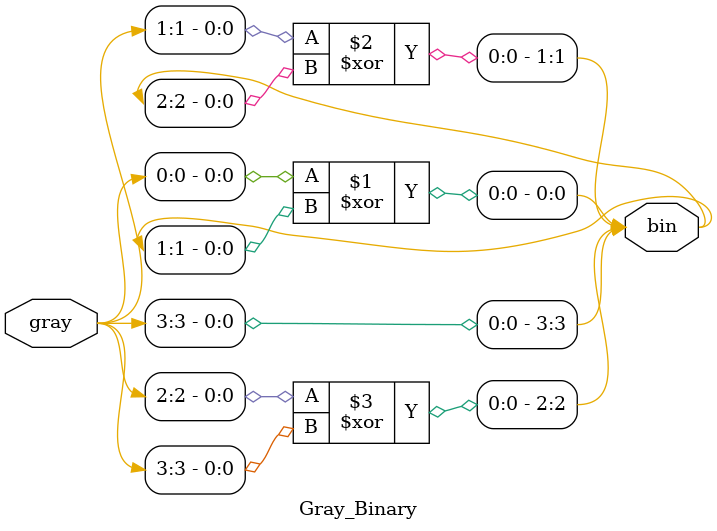
<source format=v>
`timescale 1ns/1ps
module Gray_Binary(input [3:0] gray, output [3:0] bin);
    assign bin = {gray[3], gray[2]^bin[3], gray[1]^bin[2], gray[0]^bin[1]};
endmodule
</source>
